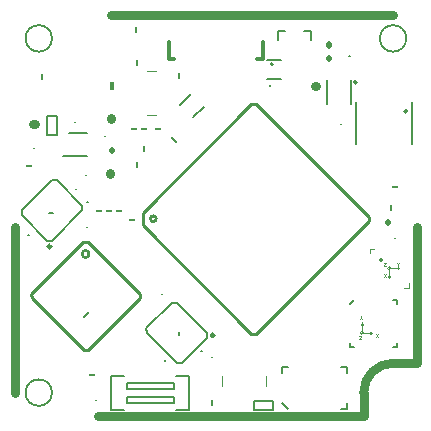
<source format=gto>
G04 Layer_Color=65535*
%FSLAX42Y42*%
%MOMM*%
G71*
G01*
G75*
%ADD60C,0.15*%
%ADD62C,0.30*%
%ADD64C,0.25*%
%ADD94C,0.13*%
%ADD95C,0.10*%
%ADD96C,0.20*%
%ADD97C,0.80*%
%ADD98C,0.51*%
%ADD99C,0.76*%
%ADD100C,0.05*%
%ADD101R,0.15X0.60*%
%ADD102R,0.60X0.15*%
G04:AMPARAMS|DCode=103|XSize=0.15mm|YSize=0.6mm|CornerRadius=0mm|HoleSize=0mm|Usage=FLASHONLY|Rotation=225.000|XOffset=0mm|YOffset=0mm|HoleType=Round|Shape=Rectangle|*
%AMROTATEDRECTD103*
4,1,4,-0.16,0.27,0.27,-0.16,0.16,-0.27,-0.27,0.16,-0.16,0.27,0.0*
%
%ADD103ROTATEDRECTD103*%

%ADD104R,0.46X0.76*%
G04:AMPARAMS|DCode=105|XSize=0.15mm|YSize=0.6mm|CornerRadius=0mm|HoleSize=0mm|Usage=FLASHONLY|Rotation=315.000|XOffset=0mm|YOffset=0mm|HoleType=Round|Shape=Rectangle|*
%AMROTATEDRECTD105*
4,1,4,-0.27,-0.16,0.16,0.27,0.27,0.16,-0.16,-0.27,-0.27,-0.16,0.0*
%
%ADD105ROTATEDRECTD105*%

D60*
X5487Y5650D02*
G03*
X5487Y5650I-15J0D01*
G01*
X4773Y5803D02*
G03*
X4773Y5803I-10J0D01*
G01*
X5230Y5469D02*
Y5670D01*
X5431Y5469D02*
Y5670D01*
X5420Y5875D02*
X5424D01*
X5809Y4330D02*
Y4333D01*
X3096Y5311D02*
Y5315D01*
X3350Y5193D02*
Y5197D01*
X2751Y5090D02*
Y5094D01*
X3046Y5225D02*
X3198D01*
X2996Y5023D02*
X3198D01*
X4723Y5843D02*
X4844D01*
X4723Y5682D02*
X4844D01*
X3279Y2957D02*
Y2960D01*
X3188Y4862D02*
Y4865D01*
X5481Y5126D02*
Y5486D01*
X5954Y5126D02*
Y5486D01*
X4752Y5620D02*
Y5624D01*
X2704Y4358D02*
X2707Y4360D01*
X3106Y4747D02*
X3108Y4749D01*
X3198Y4425D02*
Y4428D01*
X3200Y4638D02*
X3204D01*
X2647Y4524D02*
X2648Y4565D01*
X2903Y4819D01*
X2945Y4821D01*
X3158Y4607D01*
X3158Y4565D02*
X3158Y4607D01*
X2903Y4310D02*
X3158Y4565D01*
X2861Y4310D02*
X2903Y4310D01*
X2647Y4524D02*
X2861Y4310D01*
X2882Y4543D02*
X2910D01*
X3832Y3856D02*
X3835Y3854D01*
X4254Y3326D02*
X4256Y3323D01*
X5354Y5296D02*
Y5299D01*
X4166Y3375D02*
X4169Y3372D01*
X3858Y3294D02*
X3860Y3296D01*
X3960Y3273D02*
X4001Y3272D01*
X3705Y3528D02*
X3960Y3273D01*
X3703Y3569D02*
X3705Y3528D01*
X3703Y3569D02*
X3917Y3783D01*
X3960Y3783D01*
X4214Y3528D01*
X4214Y3486D01*
X4001Y3272D02*
X4214Y3486D01*
X3981Y3507D02*
Y3535D01*
D62*
X2892Y4260D02*
G03*
X2892Y4260I-10J0D01*
G01*
X4274Y3507D02*
G03*
X4274Y3507I-10J0D01*
G01*
X3890Y5845D02*
X3940D01*
X3890D02*
Y5994D01*
X4641Y5845D02*
X4691D01*
Y5994D01*
D64*
X3786Y4495D02*
G03*
X3786Y4495I-25J0D01*
G01*
X3218Y4197D02*
G03*
X3218Y4197I-30J0D01*
G01*
X3672Y4442D02*
X4592Y3521D01*
X4628D01*
X5583Y4476D01*
X5583Y4512D01*
X4628Y5467D02*
X5583Y4512D01*
X4592Y5467D02*
X4628D01*
X3672Y4547D02*
X4592Y5467D01*
X3672Y4442D02*
X3672Y4547D01*
X3207Y4301D02*
X3647Y3861D01*
X3168Y4301D02*
X3207D01*
X2728Y3861D02*
X3168Y4301D01*
X2728Y3861D02*
X2730Y3823D01*
X3170Y3383D01*
X3206D01*
X3646Y3823D01*
X3647Y3861D01*
D94*
X3967Y2843D02*
G03*
X3967Y2843I-10J0D01*
G01*
X5703Y4145D02*
G03*
X5703Y4145I-13J0D01*
G01*
X5903Y6022D02*
G03*
X5903Y6022I-112J0D01*
G01*
X2903D02*
G03*
X2903Y6022I-112J0D01*
G01*
Y3023D02*
G03*
X2903Y3023I-112J0D01*
G01*
X3406Y3167D02*
X3516D01*
X3406Y2876D02*
X3516D01*
X3406D02*
Y3167D01*
X3536Y3053D02*
X3937D01*
X3536Y3104D02*
X3937D01*
X3536Y3053D02*
Y3104D01*
Y2933D02*
Y2983D01*
X3937D01*
X3536Y2933D02*
X3937D01*
X4067Y2876D02*
Y3167D01*
X3957Y2876D02*
X4067D01*
X3957Y3167D02*
X4067D01*
X3937Y2933D02*
Y2983D01*
Y3053D02*
Y3104D01*
X4616Y2873D02*
Y2954D01*
X4778D01*
Y2873D02*
Y2954D01*
X4616Y2873D02*
X4778D01*
X2863Y5202D02*
Y5363D01*
Y5202D02*
X2944D01*
Y5363D01*
X2863D02*
X2944D01*
D95*
X5773Y4077D02*
G03*
X5773Y4077I-15J0D01*
G01*
X5541Y3529D02*
G03*
X5541Y3529I-15J0D01*
G01*
X5829Y4067D02*
X5845Y4077D01*
X5829Y4067D02*
Y4087D01*
X5845Y4077D01*
X5758D02*
X5845D01*
X5748Y4007D02*
X5758Y3997D01*
X5748Y4007D02*
X5768D01*
X5758Y3997D02*
X5768Y4007D01*
X5758Y3997D02*
Y4077D01*
X5885Y3912D02*
X5923D01*
Y3952D01*
X5593Y4242D02*
X5633D01*
X5593Y4204D02*
Y4242D01*
X4714Y3082D02*
Y3162D01*
X4344Y3082D02*
Y3162D01*
X5526Y3529D02*
Y3619D01*
X5516Y3599D02*
X5526Y3619D01*
X5516Y3599D02*
X5536D01*
X5526Y3619D02*
X5536Y3599D01*
X5526Y3529D02*
X5616D01*
X5596Y3519D02*
X5616Y3529D01*
X5596Y3519D02*
Y3539D01*
X5616Y3529D01*
X3706Y5745D02*
X3787D01*
X3706Y5375D02*
X3787D01*
D96*
X5913Y5405D02*
G03*
X5913Y5405I-15J0D01*
G01*
X4096Y5355D02*
X4186Y5444D01*
X3988Y5462D02*
X4078Y5552D01*
X5098Y6007D02*
Y6088D01*
X5037D02*
X5098D01*
X4816Y6007D02*
Y6088D01*
X4876D01*
X5791Y3409D02*
X5827D01*
Y3444D01*
X5426Y3409D02*
X5461D01*
X5426D02*
Y3444D01*
X5827Y3774D02*
Y3810D01*
X5791D02*
X5827D01*
X5426Y3774D02*
X5461Y3810D01*
X4851Y2936D02*
X4902Y2886D01*
X5353D02*
X5403D01*
Y2936D01*
X5353Y3236D02*
X5403D01*
Y3188D02*
Y3236D01*
X4851D02*
X4902D01*
X4851Y3188D02*
Y3236D01*
D97*
X5791Y3272D02*
G03*
X5542Y3023I0J-249D01*
G01*
X3292Y2825D02*
X5542D01*
Y3023D01*
X5791Y3272D02*
X5990D01*
Y4425D01*
X3399Y6220D02*
X5791D01*
X2590Y3024D02*
Y4425D01*
D98*
X5250Y5850D02*
Y5860D01*
Y5961D02*
Y5972D01*
X3411Y5067D02*
Y5077D01*
X5748Y4458D02*
Y4468D01*
D99*
X5131Y5616D02*
X5141D01*
X3391Y4872D02*
Y4882D01*
X3401Y5339D02*
Y5349D01*
X2746Y5296D02*
X2756D01*
D100*
X5713Y4123D02*
X5730D01*
Y4119D01*
X5713Y4101D01*
Y4097D01*
X5730D01*
X5824Y4123D02*
Y4119D01*
X5833Y4110D01*
X5841Y4119D01*
Y4123D01*
X5833Y4110D02*
Y4097D01*
X5713Y4028D02*
X5730Y4002D01*
Y4028D02*
X5713Y4002D01*
X5667Y3493D02*
X5649Y3519D01*
Y3493D02*
X5667Y3519D01*
X5526Y3644D02*
Y3649D01*
X5517Y3657D01*
X5509Y3649D01*
Y3644D01*
X5517Y3657D02*
Y3670D01*
X5516Y3473D02*
X5499D01*
Y3478D01*
X5516Y3495D01*
Y3499D01*
X5499D01*
D101*
X3980Y5702D02*
D03*
X5773Y4582D02*
D03*
X3625Y5814D02*
D03*
X3614Y6089D02*
D03*
X3622Y4953D02*
D03*
X3686Y5083D02*
D03*
X2822Y5692D02*
D03*
X4256Y2933D02*
D03*
D102*
X3802Y5258D02*
D03*
X3385Y4557D02*
D03*
X3472D02*
D03*
X5806Y4768D02*
D03*
X3594Y5255D02*
D03*
X3685D02*
D03*
X2710Y4940D02*
D03*
X3238Y3172D02*
D03*
X3579Y4483D02*
D03*
X3302Y4557D02*
D03*
D103*
X3935Y5161D02*
D03*
D104*
X3411Y5621D02*
D03*
D105*
X3193Y3681D02*
D03*
M02*

</source>
